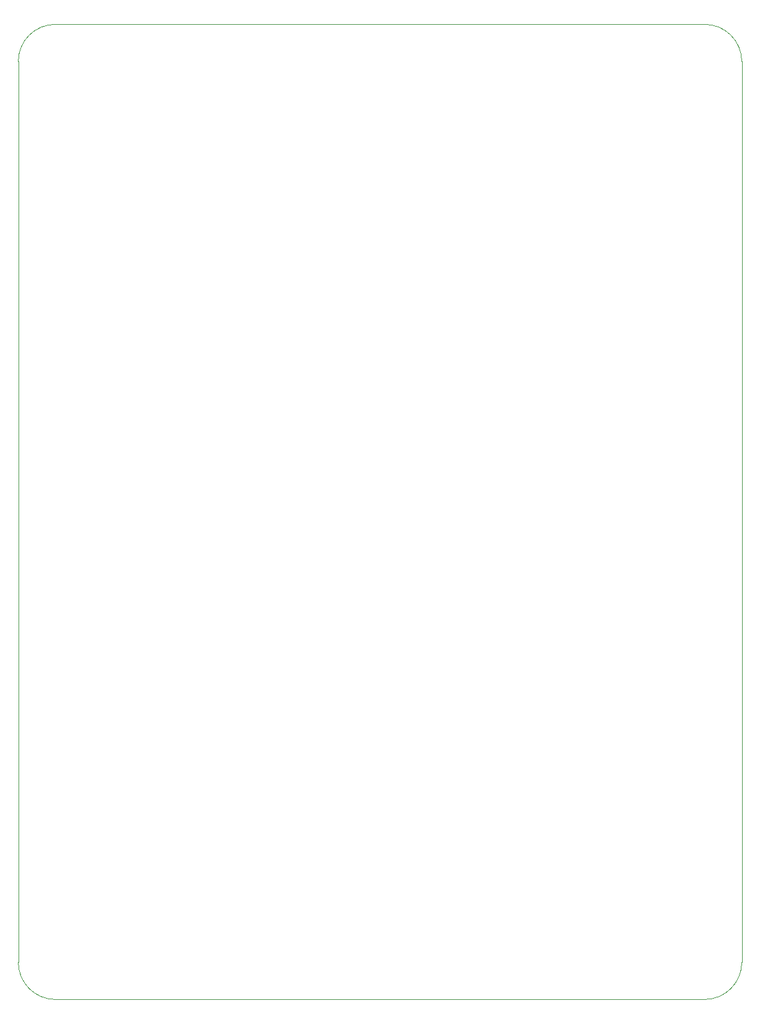
<source format=gbr>
G04 #@! TF.GenerationSoftware,KiCad,Pcbnew,5.1.6-c6e7f7d~86~ubuntu18.04.1*
G04 #@! TF.CreationDate,2020-06-21T16:53:52-04:00*
G04 #@! TF.ProjectId,dual_ADSR,6475616c-5f41-4445-9352-2e6b69636164,rev?*
G04 #@! TF.SameCoordinates,Original*
G04 #@! TF.FileFunction,Profile,NP*
%FSLAX46Y46*%
G04 Gerber Fmt 4.6, Leading zero omitted, Abs format (unit mm)*
G04 Created by KiCad (PCBNEW 5.1.6-c6e7f7d~86~ubuntu18.04.1) date 2020-06-21 16:53:52*
%MOMM*%
%LPD*%
G01*
G04 APERTURE LIST*
G04 #@! TA.AperFunction,Profile*
%ADD10C,0.050000*%
G04 #@! TD*
G04 APERTURE END LIST*
D10*
X170180000Y-25400000D02*
G75*
G02*
X175260000Y-30480000I0J-5080000D01*
G01*
X175260000Y-153670000D02*
G75*
G02*
X170180000Y-158750000I-5080000J0D01*
G01*
X81280000Y-158750000D02*
G75*
G02*
X76200000Y-153670000I0J5080000D01*
G01*
X76200000Y-30480000D02*
G75*
G02*
X81280000Y-25400000I5080000J0D01*
G01*
X170180000Y-25400000D02*
X81280000Y-25400000D01*
X175260000Y-153670000D02*
X175260000Y-30480000D01*
X81280000Y-158750000D02*
X170180000Y-158750000D01*
X76200000Y-30480000D02*
X76200000Y-153670000D01*
M02*

</source>
